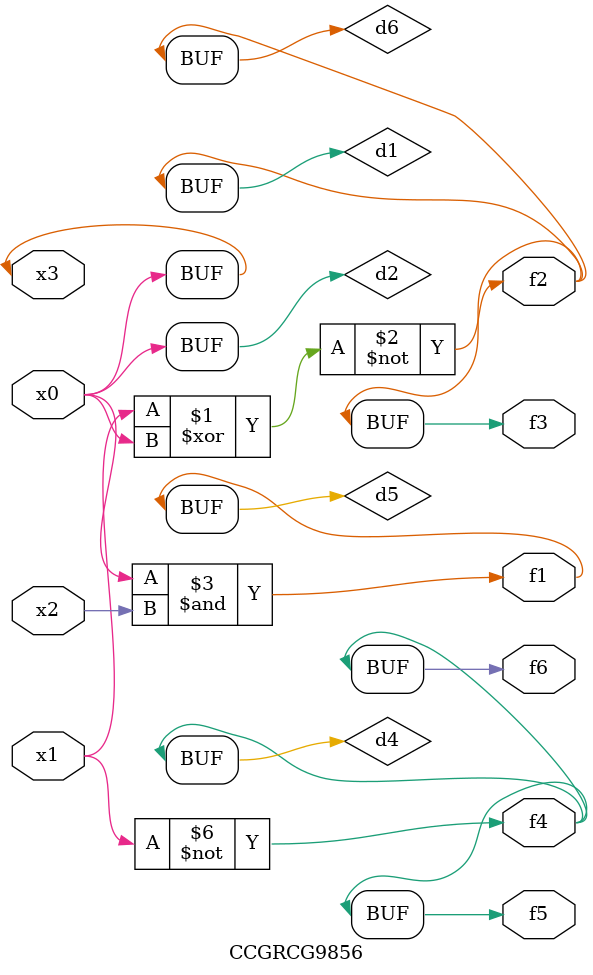
<source format=v>
module CCGRCG9856(
	input x0, x1, x2, x3,
	output f1, f2, f3, f4, f5, f6
);

	wire d1, d2, d3, d4, d5, d6;

	xnor (d1, x1, x3);
	buf (d2, x0, x3);
	nand (d3, x0, x2);
	not (d4, x1);
	nand (d5, d3);
	or (d6, d1);
	assign f1 = d5;
	assign f2 = d6;
	assign f3 = d6;
	assign f4 = d4;
	assign f5 = d4;
	assign f6 = d4;
endmodule

</source>
